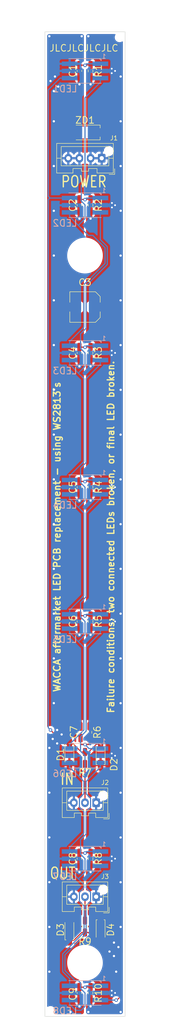
<source format=kicad_pcb>
(kicad_pcb (version 20211014) (generator pcbnew)
  (layers (0 "F.Cu" signal) (31 "B.Cu" signal) (34 "B.Paste" user) (35 "F.Paste" user) (36 "B.SilkS" user "B.Silkscreen") (37 "F.SilkS" user "F.Silkscreen") (38 "B.Mask" user) (39 "F.Mask" user) (44 "Edge.Cuts" user))
  (net 0 "")
  (net 1 "Net-(C1-Pad1)")
  (net 2 "GND")
  (net 3 "Net-(C2-Pad1)")
  (net 4 "Net-(C4-Pad1)")
  (net 5 "+5V")
  (net 6 "Net-(C6-Pad1)")
  (net 7 "Net-(C7-Pad1)")
  (net 8 "Net-(C8-Pad1)")
  (net 9 "Net-(C9-Pad1)")
  (net 10 "/DATA IN")
  (net 11 "/DATA OUT")
  (net 12 "Net-(LED1-Pad3)")
  (net 13 "Net-(LED2-Pad3)")
  (net 14 "Net-(LED3-Pad3)")
  (net 15 "Net-(LED4-Pad3)")
  (net 16 "Net-(LED5-Pad3)")
  (net 17 "Net-(LED6-Pad3)")
  (net 18 "Net-(LED7-Pad3)")
  (net 19 "Net-(C5-Pad1)")
  (net 20 "Net-(D1-Pad1)")
  (net 21 "Net-(D3-Pad1)")
  (footprint "ledpcb:D_SMA" (layer "F.Cu") (at 112 12.5 180)
    (fp_text reference "ZD1")
    (fp_text value "SMAZ5V6-13-F")
  )
  (footprint "ledpcb:R_0603_1608Metric" (layer "F.Cu") (at 113.25 61.75 -90)
    (fp_text reference "R3")
    (fp_text value "220R")
  )
  (footprint "ledpcb:R_0603_1608Metric" (layer "F.Cu") (at 113.25 121.75 -90)
    (fp_text reference "R5")
    (fp_text value "220R")
  )
  (footprint "ledpcb:C_0603_1608Metric" (layer "F.Cu") (at 110.75 174.75 -90)
    (fp_text reference "C8")
    (fp_text value "100nF")
  )
  (footprint "ledpcb:R_0603_1608Metric" (layer "F.Cu") (at 113.25 -1.25 -90)
    (fp_text reference "R1")
    (fp_text value "220R")
  )
  (footprint "ledpcb:R_0603_1608Metric" (layer "F.Cu") (at 112 152.25 90)
    (fp_text reference "R7")
    (fp_text value "220R")
  )
  (footprint "ledpcb:D_SOD-123" (layer "F.Cu") (at 108.5 190.65 90)
    (fp_text reference "D3")
    (fp_text value "1N4148W")
  )
  (footprint "ledpcb:R_0603_1608Metric" (layer "F.Cu") (at 113.25 204.75 -90)
    (fp_text reference "R10")
    (fp_text value "220R")
  )
  (footprint "ledpcb:C_Elec_6.3x5.4" (layer "F.Cu") (at 112 51.5 180)
    (fp_text reference "C3")
    (fp_text value "22uF")
  )
  (footprint "ledpcb:R_0603_1608Metric" (layer "F.Cu") (at 113.25 28.75 -90)
    (fp_text reference "R2")
    (fp_text value "220R")
  )
  (footprint "ledpcb:JST_XA_B04B-XASK-1-A_1x04_P2.50mm_Vertical" (layer "F.Cu") (at 112 18.25)
    (fp_text reference "J1")
    (fp_text value "JST_XA_B04B")
  )
  (footprint "ledpcb:R_0603_1608Metric" (layer "F.Cu") (at 112 189.9 -90)
    (fp_text reference "R9")
    (fp_text value "220R")
  )
  (footprint "ledpcb:JLCPCB PCBA tooling hole" (layer "F.Cu") (at 119.75 -8.75)
    (fp_text reference "REF**" hide)
    (fp_text value "JLCPCB PCBA tooling hole")
  )
  (footprint "ledpcb:C_0603_1608Metric" (layer "F.Cu") (at 110.75 61.75 -90)
    (fp_text reference "C4")
    (fp_text value "100nF")
  )
  (footprint "ledpcb:MountingHole_3.2mm_M3" (layer "F.Cu") (at 112 198)
    (fp_text reference "H2" hide)
    (fp_text value "4mm")
  )
  (footprint "ledpcb:D_SOD-123" (layer "F.Cu") (at 115.5 190.65 -90)
    (fp_text reference "D4")
    (fp_text value "1N4148W")
  )
  (footprint "ledpcb:R_0603_1608Metric" (layer "F.Cu") (at 113 146.5 90)
    (fp_text reference "R6")
    (fp_text value "220R")
  )
  (footprint "ledpcb:R_0603_1608Metric" (layer "F.Cu") (at 113.25 91.75 -90)
    (fp_text reference "R4")
    (fp_text value "220R")
  )
  (footprint "ledpcb:JST_XA_B03B-XASK-1-A_1x03_P2.50mm_Vertical" (layer "F.Cu") (at 112 183.25)
    (fp_text reference "J3")
    (fp_text value "JST_XA_B03B")
  )
  (footprint "ledpcb:JLCPCB PCBA tooling hole" (layer "F.Cu") (at 104.25 208.75)
    (fp_text reference "REF**" hide)
    (fp_text value "JLCPCB PCBA tooling hole")
  )
  (footprint "ledpcb:C_0603_1608Metric" (layer "F.Cu") (at 110.75 -1.25 -90)
    (fp_text reference "C1")
    (fp_text value "100nF")
  )
  (footprint "ledpcb:D_SOD-123" (layer "F.Cu") (at 115.5 151.5 90)
    (fp_text reference "D2")
    (fp_text value "1N4148W")
  )
  (footprint "ledpcb:JST_XA_B03B-XASK-1-A_1x03_P2.50mm_Vertical" (layer "F.Cu") (at 112 162.25)
    (fp_text reference "J2")
    (fp_text value "JST_XA_B03B")
  )
  (footprint "ledpcb:C_0603_1608Metric" (layer "F.Cu") (at 110.75 121.75 -90)
    (fp_text reference "C6")
    (fp_text value "100nF")
  )
  (footprint "ledpcb:MountingHole_3.2mm_M3" (layer "F.Cu") (at 112 40)
    (fp_text reference "H1" hide)
    (fp_text value "4mm")
  )
  (footprint "ledpcb:C_0603_1608Metric" (layer "F.Cu") (at 110.75 204.75 -90)
    (fp_text reference "C9")
    (fp_text value "100nF")
  )
  (footprint "ledpcb:D_SOD-123" (layer "F.Cu") (at 108.5 151.5 -90)
    (fp_text reference "D1")
    (fp_text value "1N4148W")
  )
  (footprint "ledpcb:R_0603_1608Metric" (layer "F.Cu") (at 113.25 174.75 -90)
    (fp_text reference "R8")
    (fp_text value "220R")
  )
  (footprint "ledpcb:C_0603_1608Metric" (layer "F.Cu") (at 110.75 28.75 -90)
    (fp_text reference "C2")
    (fp_text value "100nF")
  )
  (footprint "ledpcb:C_0603_1608Metric" (layer "F.Cu") (at 111 146.5 90)
    (fp_text reference "C7")
    (fp_text value "100nF")
  )
  (footprint "ledpcb:C_0603_1608Metric" (layer "F.Cu") (at 110.75 91.75 -90)
    (fp_text reference "C5")
    (fp_text value "100nF")
  )
  (footprint "ledpcb:LED_WS2813_PLCC6_5.0x5.0mm_P1.6mm" (layer "B.Cu") (at 112 151.75)
    (fp_text reference "LED6")
    (fp_text value "WS2813")
  )
  (footprint "ledpcb:LED_WS2813_PLCC6_5.0x5.0mm_P1.6mm" (layer "B.Cu") (at 112 174.75)
    (fp_text reference "LED7")
    (fp_text value "WS2813")
  )
  (footprint "ledpcb:LED_WS2813_PLCC6_5.0x5.0mm_P1.6mm" (layer "B.Cu") (at 112 61.75)
    (fp_text reference "LED3")
    (fp_text value "WS2813")
  )
  (footprint "ledpcb:LED_WS2813_PLCC6_5.0x5.0mm_P1.6mm" (layer "B.Cu") (at 112 121.75)
    (fp_text reference "LED5")
    (fp_text value "WS2813")
  )
  (footprint "ledpcb:LED_WS2813_PLCC6_5.0x5.0mm_P1.6mm" (layer "B.Cu") (at 112 204.75)
    (fp_text reference "LED8")
    (fp_text value "WS2813")
  )
  (footprint "ledpcb:LED_WS2813_PLCC6_5.0x5.0mm_P1.6mm" (layer "B.Cu") (at 112 -1.25)
    (fp_text reference "LED1")
    (fp_text value "WS2813")
  )
  (footprint "ledpcb:LED_WS2813_PLCC6_5.0x5.0mm_P1.6mm" (layer "B.Cu") (at 112 28.75)
    (fp_text reference "LED2")
    (fp_text value "WS2813")
  )
  (footprint "ledpcb:LED_WS2813_PLCC6_5.0x5.0mm_P1.6mm" (layer "B.Cu") (at 112 91.75)
    (fp_text reference "LED4")
    (fp_text value "WS2813")
  )
  (gr_rect (start 121 -10) (end 103 210) (layer "Edge.Cuts") (width 0.1) (fill none))
  (gr_text "POWER\n" (at 111.75 23.5) (layer "F.SilkS") (effects (font (size 2.5 2) (thickness 0.3))))
  (gr_text "OUT\n" (at 107 178) (layer "F.SilkS") (effects (font (size 2.5 2) (thickness 0.3))))
  (gr_text "WACCA aftermarket LED PCB replacement - using WS2813's\n\n\n\n\nFailure conditions: two connected LEDs broken, or final LED broken." (at 111.76 102.87 90) (layer "F.SilkS") (effects (font (size 1.5 1.5) (thickness 0.3))))
  (gr_text "JLCJLCJLCJLC" (at 111.76 -6.35) (layer "F.SilkS") (effects (font (size 1.5 1.5) (thickness 0.2))))
  (gr_text "IN" (at 108 157) (layer "F.SilkS") (effects (font (size 2.5 2) (thickness 0.3))))
  (segment (start 111.9625 -2.5375) (end 110.75 -2.5375) (width 0.25) (layer "F.Cu") (net 1))
  (segment (start 112.0875 -2.5875) (end 113.25 -2.5875) (width 0.25) (layer "F.Cu") (net 1))
  (via (at 112 -2.5) (size 0.8) (drill 0.4) (layers "F.Cu" "B.Cu") (net 1))
  (segment (start 112.35 -2.85) (end 115.45 -2.85) (width 0.25) (layer "B.Cu") (net 1))
  (segment (start 112.35 -2.85) (end 112 -2.5) (width 0.25) (layer "B.Cu") (net 1))
  (segment (start 110.75 30.0375) (end 110.75 31.75) (width 0.8) (layer "F.Cu") (net 2))
  (segment (start 110.75 93.0375) (end 110.75 94.75) (width 0.8) (layer "F.Cu") (net 2))
  (segment (start 110.75 0.0375) (end 110.75 1.75) (width 0.8) (layer "F.Cu") (net 2))
  (segment (start 110.75 206.0375) (end 110.75 207.75) (width 0.8) (layer "F.Cu") (net 2))
  (segment (start 110.75 176.0375) (end 110.75 177.75) (width 0.8) (layer "F.Cu") (net 2))
  (segment (start 110.75 63.0375) (end 110.75 64.75) (width 0.8) (layer "F.Cu") (net 2))
  (segment (start 110.75 123.0375) (end 110.75 124.75) (width 0.8) (layer "F.Cu") (net 2))
  (via (at 110.75 124.75) (size 1) (drill 0.5) (layers "F.Cu" "B.Cu") (net 2))
  (via (at 105 3.25) (size 1) (drill 0.5) (layers "F.Cu" "B.Cu") (net 2))
  (via (at 105 40) (size 1) (drill 0.5) (layers "F.Cu" "B.Cu") (net 2))
  (via (at 105.25 0) (size 1) (drill 0.5) (layers "F.Cu" "B.Cu") (net 2))
  (via (at 104 160) (size 1) (drill 0.5) (layers "F.Cu" "B.Cu") (net 2))
  (via (at 105.75 146) (size 1) (drill 0.5) (layers "F.Cu" "B.Cu") (net 2))
  (via (at 104 180) (size 1) (drill 0.5) (layers "F.Cu" "B.Cu") (net 2))
  (via (at 106 2.25) (size 1) (drill 0.5) (layers "F.Cu" "B.Cu") (net 2))
  (via (at 105 30) (size 1) (drill 0.5) (layers "F.Cu" "B.Cu") (net 2))
  (via (at 110.75 31.75) (size 1) (drill 0.5) (layers "F.Cu" "B.Cu") (net 2))
  (via (at 105 10) (size 1) (drill 0.5) (layers "F.Cu" "B.Cu") (net 2))
  (via (at 105 90) (size 1) (drill 0.5) (layers "F.Cu" "B.Cu") (net 2))
  (via (at 105 140) (size 1) (drill 0.5) (layers "F.Cu" "B.Cu") (net 2))
  (via (at 110.75 94.75) (size 1) (drill 0.5) (layers "F.Cu" "B.Cu") (net 2))
  (via (at 104.75 148) (size 1) (drill 0.5) (layers "F.Cu" "B.Cu") (net 2))
  (via (at 105 130) (size 1) (drill 0.5) (layers "F.Cu" "B.Cu") (net 2))
  (via (at 104.25 1) (size 1) (drill 0.5) (layers "F.Cu" "B.Cu") (net 2))
  (via (at 105 100) (size 1) (drill 0.5) (layers "F.Cu" "B.Cu") (net 2))
  (via (at 105 50) (size 1) (drill 0.5) (layers "F.Cu" "B.Cu") (net 2))
  (via (at 104 170) (size 1) (drill 0.5) (layers "F.Cu" "B.Cu") (net 2))
  (via (at 110.75 64.75) (size 1) (drill 0.5) (layers "F.Cu" "B.Cu") (net 2))
  (via (at 108.75 209) (size 1) (drill 0.5) (layers "F.Cu" "B.Cu") (net 2))
  (via (at 106.75 147) (size 1) (drill 0.5) (layers "F.Cu" "B.Cu") (net 2))
  (via (at 105 70) (size 1) (drill 0.5) (layers "F.Cu" "B.Cu") (net 2))
  (via (at 104 200) (size 1) (drill 0.5) (layers "F.Cu" "B.Cu") (net 2))
  (via (at 110.75 1.75) (size 1) (drill 0.5) (layers "F.Cu" "B.Cu") (net 2))
  (via (at 105 20) (size 1) (drill 0.5) (layers "F.Cu" "B.Cu") (net 2))
  (via (at 105 110) (size 1) (drill 0.5) (layers "F.Cu" "B.Cu") (net 2))
  (via (at 105 80) (size 1) (drill 0.5) (layers "F.Cu" "B.Cu") (net 2))
  (via (at 110.75 207.75) (size 1) (drill 0.5) (layers "F.Cu" "B.Cu") (net 2))
  (via (at 104 150) (size 1) (drill 0.5) (layers "F.Cu" "B.Cu") (net 2))
  (via (at 105.75 149) (size 1) (drill 0.5) (layers "F.Cu" "B.Cu") (net 2))
  (via (at 104 190) (size 1) (drill 0.5) (layers "F.Cu" "B.Cu") (net 2))
  (via (at 104 -9) (size 1) (drill 0.5) (layers "F.Cu" "B.Cu") (net 2))
  (via (at 105 120) (size 1) (drill 0.5) (layers "F.Cu" "B.Cu") (net 2))
  (via (at 111.25 -9) (size 1) (drill 0.5) (layers "F.Cu" "B.Cu") (net 2))
  (via (at 105 60) (size 1) (drill 0.5) (layers "F.Cu" "B.Cu") (net 2))
  (via (at 110.75 177.75) (size 1) (drill 0.5) (layers "F.Cu" "B.Cu") (net 2))
  (segment (start 108.55 174.75) (end 110.75 174.75) (width 0.8) (layer "B.Cu") (net 2))
  (segment (start 111.25 207.25) (end 110.75 207.75) (width 0.8) (layer "B.Cu") (net 2))
  (segment (start 110.75 174.75) (end 111.25 175.25) (width 0.8) (layer "B.Cu") (net 2))
  (segment (start 110.75 61.75) (end 111.25 62.25) (width 0.8) (layer "B.Cu") (net 2))
  (segment (start 108.55 121.75) (end 110.75 121.75) (width 0.8) (layer "B.Cu") (net 2))
  (segment (start 108.55 204.75) (end 110.75 204.75) (width 0.8) (layer "B.Cu") (net 2))
  (segment (start 111.25 1.25) (end 110.75 1.75) (width 0.8) (layer "B.Cu") (net 2))
  (segment (start 110.75 -1.25) (end 111.25 -0.75) (width 0.8) (layer "B.Cu") (net 2))
  (segment (start 108.55 28.75) (end 110.75 28.75) (width 0.8) (layer "B.Cu") (net 2))
  (segment (start 108.55 91.75) (end 110.75 91.75) (width 0.8) (layer "B.Cu") (net 2))
  (segment (start 111.25 64.25) (end 110.75 64.75) (width 0.8) (layer "B.Cu") (net 2))
  (segment (start 111.25 29.25) (end 111.25 31.25) (width 0.8) (layer "B.Cu") (net 2))
  (segment (start 111.25 -0.75) (end 111.25 1.25) (width 0.8) (layer "B.Cu") (net 2))
  (segment (start 111.25 31.25) (end 110.75 31.75) (width 0.8) (layer "B.Cu") (net 2))
  (segment (start 111.25 205.25) (end 111.25 207.25) (width 0.8) (layer "B.Cu") (net 2))
  (segment (start 108.55 61.75) (end 110.75 61.75) (width 0.8) (layer "B.Cu") (net 2))
  (segment (start 111.25 124.25) (end 110.75 124.75) (width 0.8) (layer "B.Cu") (net 2))
  (segment (start 111.25 175.25) (end 111.25 177.25) (width 0.8) (layer "B.Cu") (net 2))
  (segment (start 111.25 62.25) (end 111.25 64.25) (width 0.8) (layer "B.Cu") (net 2))
  (segment (start 108.55 -2.85) (end 108.55 -1.25) (width 0.25) (layer "B.Cu") (net 2))
  (segment (start 110.75 204.75) (end 111.25 205.25) (width 0.8) (layer "B.Cu") (net 2))
  (segment (start 111.25 92.25) (end 111.25 94.25) (width 0.8) (layer "B.Cu") (net 2))
  (segment (start 110.75 121.75) (end 111.25 122.25) (width 0.8) (layer "B.Cu") (net 2))
  (segment (start 111.25 177.25) (end 110.75 177.75) (width 0.8) (layer "B.Cu") (net 2))
  (segment (start 108.55 -1.25) (end 110.75 -1.25) (width 0.8) (layer "B.Cu") (net 2))
  (segment (start 110.75 28.75) (end 111.25 29.25) (width 0.8) (layer "B.Cu") (net 2))
  (segment (start 110.75 91.75) (end 111.25 92.25) (width 0.8) (layer "B.Cu") (net 2))
  (segment (start 111.25 94.25) (end 110.75 94.75) (width 0.8) (layer "B.Cu") (net 2))
  (segment (start 111.25 122.25) (end 111.25 124.25) (width 0.8) (layer "B.Cu") (net 2))
  (segment (start 112.0875 27.4125) (end 113.25 27.4125) (width 0.25) (layer "F.Cu") (net 3))
  (segment (start 112 27.5) (end 111.9625 27.4625) (width 0.25) (layer "F.Cu") (net 3))
  (segment (start 111.9625 27.4625) (end 110.75 27.4625) (width 0.25) (layer "F.Cu") (net 3))
  (segment (start 112 27.5) (end 112.0875 27.4125) (width 0.25) (layer "F.Cu") (net 3))
  (via (at 112 27.5) (size 0.8) (drill 0.4) (layers "F.Cu" "B.Cu") (net 3))
  (segment (start 112 27.5) (end 112.35 27.15) (width 0.25) (layer "B.Cu") (net 3))
  (segment (start 112.35 27.15) (end 115.45 27.15) (width 0.25) (layer "B.Cu") (net 3))
  (segment (start 111.9625 60.4625) (end 110.75 60.4625) (width 0.25) (layer "F.Cu") (net 4))
  (segment (start 112.0875 60.4125) (end 113.25 60.4125) (width 0.25) (layer "F.Cu") (net 4))
  (via (at 112 60.5) (size 0.8) (drill 0.4) (layers "F.Cu" "B.Cu") (net 4))
  (segment (start 112.35 60.15) (end 112 60.5) (width 0.25) (layer "B.Cu") (net 4))
  (segment (start 112.35 60.15) (end 115.45 60.15) (width 0.25) (layer "B.Cu") (net 4))
  (segment (start 113.25 176.0875) (end 113.25 177.75) (width 0.8) (layer "F.Cu") (net 5))
  (segment (start 113.25 30.0875) (end 113.25 31.75) (width 0.8) (layer "F.Cu") (net 5))
  (segment (start 113.25 0.0875) (end 113.25 1.75) (width 0.8) (layer "F.Cu") (net 5))
  (segment (start 113.25 63.0875) (end 113.25 64.75) (width 0.8) (layer "F.Cu") (net 5))
  (segment (start 113.25 93.0875) (end 113.25 94.75) (width 0.8) (layer "F.Cu") (net 5))
  (segment (start 113.25 123.0875) (end 113.25 124.75) (width 0.8) (layer "F.Cu") (net 5))
  (segment (start 113.25 206.0875) (end 113.25 207.75) (width 0.8) (layer "F.Cu") (net 5))
  (via (at 118.75 174.75) (size 0.8) (drill 0.4) (layers "F.Cu" "B.Cu") (net 5))
  (via (at 120 190) (size 1) (drill 0.5) (layers "F.Cu" "B.Cu") (net 5))
  (via (at 120 150) (size 1) (drill 0.5) (layers "F.Cu" "B.Cu") (net 5))
  (via (at 119.987809 160.009942) (size 1) (drill 0.5) (layers "F.Cu" "B.Cu") (net 5))
  (via (at 119.987809 120.009942) (size 1) (drill 0.5) (layers "F.Cu" "B.Cu") (net 5))
  (via (at 120 209) (size 1) (drill 0.5) (layers "F.Cu" "B.Cu") (net 5))
  (via (at 113.25 31.75) (size 1) (drill 0.5) (layers "F.Cu" "B.Cu") (net 5))
  (via (at 113.25 124.75) (size 1) (drill 0.5) (layers "F.Cu" "B.Cu") (net 5))
  (via (at 120 20) (size 1) (drill 0.5) (layers "F.Cu" "B.Cu") (net 5))
  (via (at 118 122.25) (size 0.8) (drill 0.4) (layers "F.Cu" "B.Cu") (net 5))
  (via (at 118 205.25) (size 0.8) (drill 0.4) (layers "F.Cu" "B.Cu") (net 5))
  (via (at 118 62.25) (size 0.8) (drill 0.4) (layers "F.Cu" "B.Cu") (net 5))
  (via (at 118 61.25) (size 0.8) (drill 0.4) (layers "F.Cu" "B.Cu") (net 5))
  (via (at 119.987809 90.009942) (size 1) (drill 0.5) (layers "F.Cu" "B.Cu") (net 5))
  (via (at 112.75 -9) (size 1) (drill 0.5) (layers "F.Cu" "B.Cu") (net 5))
  (via (at 113.25 177.75) (size 1) (drill 0.5) (layers "F.Cu" "B.Cu") (net 5))
  (via (at 113.25 1.75) (size 1) (drill 0.5) (layers "F.Cu" "B.Cu") (net 5))
  (via (at 118 175.25) (size 0.8) (drill 0.4) (layers "F.Cu" "B.Cu") (net 5))
  (via (at 118 204.25) (size 0.8) (drill 0.4) (layers "F.Cu" "B.Cu") (net 5))
  (via (at 118.5 193.5) (size 1) (drill 0.5) (layers "F.Cu" "B.Cu") (net 5))
  (via (at 119.987809 170.009942) (size 1) (drill 0.5) (layers "F.Cu" "B.Cu") (net 5))
  (via (at 118 174.25) (size 0.8) (drill 0.4) (layers "F.Cu" "B.Cu") (net 5))
  (via (at 120 0) (size 1) (drill 0.5) (layers "F.Cu" "B.Cu") (net 5))
  (via (at 118.5 196.5) (size 1) (drill 0.5) (layers "F.Cu" "B.Cu") (net 5))
  (via (at 117.5 195.5) (size 1) (drill 0.5) (layers "F.Cu" "B.Cu") (net 5))
  (via (at 119.5 194.5) (size 1) (drill 0.5) (layers "F.Cu" "B.Cu") (net 5))
  (via (at 118.75 151.75) (size 0.8) (drill 0.4) (layers "F.Cu" "B.Cu") (net 5))
  (via (at 118.75 -1.25) (size 0.8) (drill 0.4) (layers "F.Cu" "B.Cu") (net 5))
  (via (at 118 121.25) (size 0.8) (drill 0.4) (layers "F.Cu" "B.Cu") (net 5))
  (via (at 118 152.25) (size 0.8) (drill 0.4) (layers "F.Cu" "B.Cu") (net 5))
  (via (at 118 151.25) (size 0.8) (drill 0.4) (layers "F.Cu" "B.Cu") (net 5))
  (via (at 119.987809 130.009942) (size 1) (drill 0.5) (layers "F.Cu" "B.Cu") (net 5))
  (via (at 119.987809 50.009942) (size 1) (drill 0.5) (layers "F.Cu" "B.Cu") (net 5))
  (via (at 118.75 91.75) (size 0.8) (drill 0.4) (layers "F.Cu" "B.Cu") (net 5))
  (via (at 118.05 28.25) (size 0.8) (drill 0.4) (layers "F.Cu" "B.Cu") (net 5))
  (via (at 119.987809 180.009942) (size 1) (drill 0.5) (layers "F.Cu" "B.Cu") (net 5))
  (via (at 118 -0.75) (size 0.8) (drill 0.4) (layers "F.Cu" "B.Cu") (net 5))
  (via (at 119.987809 80.009942) (size 1) (drill 0.5) (layers "F.Cu" "B.Cu") (net 5))
  (via (at 120 10) (size 1) (drill 0.5) (layers "F.Cu" "B.Cu") (net 5))
  (via (at 120 110) (size 1) (drill 0.5) (layers "F.Cu" "B.Cu") (net 5))
  (via (at 118 -1.75) (size 0.8) (drill 0.4) (layers "F.Cu" "B.Cu") (net 5))
  (via (at 118.75 61.75) (size 0.8) (drill 0.4) (layers "F.Cu" "B.Cu") (net 5))
  (via (at 119.987809 40.009942) (size 1) (drill 0.5) (layers "F.Cu" "B.Cu") (net 5))
  (via (at 118.75 204.75) (size 0.8) (drill 0.4) (layers "F.Cu" "B.Cu") (net 5))
  (via (at 119 200) (size 1) (drill 0.5) (layers "F.Cu" "B.Cu") (net 5))
  (via (at 118.75 28.75) (size 0.8) (drill 0.4) (layers "F.Cu" "B.Cu") (net 5))
  (via (at 113.25 64.75) (size 1) (drill 0.5) (layers "F.Cu" "B.Cu") (net 5))
  (via (at 118 91.25) (size 0.8) (drill 0.4) (layers "F.Cu" "B.Cu") (net 5))
  (via (at 112.75 209) (size 1) (drill 0.5) (layers "F.Cu" "B.Cu") (net 5))
  (via (at 118.05 29.25) (size 0.8) (drill 0.4) (layers "F.Cu" "B.Cu") (net 5))
  (via (at 113.25 94.75) (size 1) (drill 0.5) (layers "F.Cu" "B.Cu") (net 5))
  (via (at 118 92.25) (size 0.8) (drill 0.4) (layers "F.Cu" "B.Cu") (net 5))
  (via (at 118.75 121.75) (size 0.8) (drill 0.4) (layers "F.Cu" "B.Cu") (net 5))
  (via (at 120 70) (size 1) (drill 0.5) (layers "F.Cu" "B.Cu") (net 5))
  (via (at 120.012191 29.990058) (size 1) (drill 0.5) (layers "F.Cu" "B.Cu") (net 5))
  (via (at 119.987809 60.009942) (size 1) (drill 0.5) (layers "F.Cu" "B.Cu") (net 5))
  (via (at 119.987809 140.009942) (size 1) (drill 0.5) (layers "F.Cu" "B.Cu") (net 5))
  (via (at 119.987809 100.009942) (size 1) (drill 0.5) (layers "F.Cu" "B.Cu") (net 5))
  (via (at 113.25 207.75) (size 1) (drill 0.5) (layers "F.Cu" "B.Cu") (net 5))
  (segment (start 117.55 28.75) (end 118.05 29.25) (width 0.8) (layer "B.Cu") (net 5))
  (segment (start 112.75 -0.75) (end 112.75 1.25) (width 0.8) (layer "B.Cu") (net 5))
  (segment (start 112.75 29.25) (end 112.75 31.25) (width 0.8) (layer "B.Cu") (net 5))
  (segment (start 115.45 121.75) (end 117.5 121.75) (width 0.8) (layer "B.Cu") (net 5))
  (segment (start 117.5 91.75) (end 118 92.25) (width 0.8) (layer "B.Cu") (net 5))
  (segment (start 115.45 174.75) (end 117.5 174.75) (width 0.8) (layer "B.Cu") (net 5))
  (segment (start 117.5 91.75) (end 118 91.25) (width 0.8) (layer "B.Cu") (net 5))
  (segment (start 115.45 91.75) (end 117.5 91.75) (width 0.8) (layer "B.Cu") (net 5))
  (segment (start 115.45 91.75) (end 113.25 91.75) (width 0.8) (layer "B.Cu") (net 5))
  (segment (start 115.45 -1.25) (end 117.5 -1.25) (width 0.8) (layer "B.Cu") (net 5))
  (segment (start 115.45 204.75) (end 117.5 204.75) (width 0.8) (layer "B.Cu") (net 5))
  (segment (start 112.75 205.25) (end 112.75 207.25) (width 0.8) (layer "B.Cu") (net 5))
  (segment (start 117.55 28.75) (end 118.05 28.25) (width 0.8) (layer "B.Cu") (net 5))
  (segment (start 112.75 64.25) (end 113.25 64.75) (width 0.8) (layer "B.Cu") (net 5))
  (segment (start 117.5 -1.25) (end 118 -0.75) (width 0.8) (layer "B.Cu") (net 5))
  (segment (start 112.75 92.25) (end 112.75 94.25) (width 0.8) (layer "B.Cu") (net 5))
  (segment (start 113.25 204.75) (end 112.75 205.25) (width 0.8) (layer "B.Cu") (net 5))
  (segment (start 112.75 31.25) (end 113.25 31.75) (width 0.8) (layer "B.Cu") (net 5))
  (segment (start 112.75 177.25) (end 113.25 177.75) (width 0.8) (layer "B.Cu") (net 5))
  (segment (start 112.75 94.25) (end 113.25 94.75) (width 0.8) (layer "B.Cu") (net 5))
  (segment (start 115.45 204.75) (end 113.25 204.75) (width 0.8) (layer "B.Cu") (net 5))
  (segment (start 112.75 62.25) (end 112.75 64.25) (width 0.8) (layer "B.Cu") (net 5))
  (segment (start 117.5 174.75) (end 118 175.25) (width 0.8) (layer "B.Cu") (net 5))
  (segment (start 112.75 175.25) (end 112.75 177.25) (width 0.8) (layer "B.Cu") (net 5))
  (segment (start 117.5 61.75) (end 118 61.25) (width 0.8) (layer "B.Cu") (net 5))
  (segment (start 117.5 121.75) (end 118 121.25) (width 0.8) (layer "B.Cu") (net 5))
  (segment (start 117.5 151.75) (end 118 151.25) (width 0.8) (layer "B.Cu") (net 5))
  (segment (start 115.45 28.75) (end 113.25 28.75) (width 0.8) (layer "B.Cu") (net 5))
  (segment (start 117.5 121.75) (end 118 122.25) (width 0.8) (layer "B.Cu") (net 5))
  (segment (start 117.5 151.75) (end 118 152.25) (width 0.8) (layer "B.Cu") (net 5))
  (segment (start 115.45 61.75) (end 117.5 61.75) (width 0.8) (layer "B.Cu") (net 5))
  (segment (start 112.75 207.25) (end 113.25 207.75) (width 0.8) (layer "B.Cu") (net 5))
  (segment (start 113.25 28.75) (end 112.75 29.25) (width 0.8) (layer "B.Cu") (net 5))
  (segment (start 115.45 121.75) (end 113.25 121.75) (width 0.8) (layer "B.Cu") (net 5))
  (segment (start 115.45 151.75) (end 117.5 151.75) (width 0.8) (layer "B.Cu") (net 5))
  (segment (start 115.45 -1.25) (end 113.25 -1.25) (width 0.8) (layer "B.Cu") (net 5))
  (segment (start 112.75 124.25) (end 113.25 124.75) (width 0.8) (layer "B.Cu") (net 5))
  (segment (start 113.25 61.75) (end 112.75 62.25) (width 0.8) (layer "B.Cu") (net 5))
  (segment (start 112.75 1.25) (end 113.25 1.75) (width 0.8) (layer "B.Cu") (net 5))
  (segment (start 115.45 174.75) (end 113.25 174.75) (width 0.8) (layer "B.Cu") (net 5))
  (segment (start 115.45 61.75) (end 113.25 61.75) (width 0.8) (layer "B.Cu") (net 5))
  (segment (start 113.25 174.75) (end 112.75 175.25) (width 0.8) (layer "B.Cu") (net 5))
  (segment (start 117.5 174.75) (end 118 174.25) (width 0.8) (layer "B.Cu") (net 5))
  (segment (start 113.25 -1.25) (end 112.75 -0.75) (width 0.8) (layer "B.Cu") (net 5))
  (segment (start 115.5 28.75) (end 117.55 28.75) (width 0.8) (layer "B.Cu") (net 5))
  (segment (start 117.5 61.75) (end 118 62.25) (width 0.8) (layer "B.Cu") (net 5))
  (segment (start 113.25 91.75) (end 112.75 92.25) (width 0.8) (layer "B.Cu") (net 5))
  (segment (start 117.5 -1.25) (end 118 -1.75) (width 0.8) (layer "B.Cu") (net 5))
  (segment (start 112.75 122.25) (end 112.75 124.25) (width 0.8) (layer "B.Cu") (net 5))
  (segment (start 117.5 204.75) (end 118 204.25) (width 0.8) (layer "B.Cu") (net 5))
  (segment (start 113.25 121.75) (end 112.75 122.25) (width 0.8) (layer "B.Cu") (net 5))
  (segment (start 117.5 204.75) (end 118 205.25) (width 0.8) (layer "B.Cu") (net 5))
  (segment (start 112.0875 120.4125) (end 113.25 120.4125) (width 0.25) (layer "F.Cu") (net 6))
  (segment (start 111.9625 120.4625) (end 110.75 120.4625) (width 0.25) (layer "F.Cu") (net 6))
  (via (at 112 120.5) (size 0.8) (drill 0.4) (layers "F.Cu" "B.Cu") (net 6))
  (segment (start 112.35 120.15) (end 112 120.5) (width 0.25) (layer "B.Cu") (net 6))
  (segment (start 112.35 120.15) (end 115.45 120.15) (width 0.25) (layer "B.Cu") (net 6))
  (segment (start 113 147.8375) (end 113 149) (width 0.25) (layer "F.Cu") (net 7))
  (segment (start 113 149) (end 112.75 149.25) (width 0.25) (layer "F.Cu") (net 7))
  (segment (start 111 147.7875) (end 111 149) (width 0.25) (layer "F.Cu") (net 7))
  (segment (start 112.75 149.25) (end 112 149.25) (width 0.25) (layer "F.Cu") (net 7))
  (segment (start 111 149) (end 111.25 149.25) (width 0.25) (layer "F.Cu") (net 7))
  (segment (start 111.25 149.25) (end 112 149.25) (width 0.25) (layer "F.Cu") (net 7))
  (via (at 112 149.25) (size 0.8) (drill 0.4) (layers "F.Cu" "B.Cu") (net 7))
  (segment (start 112.9 150.15) (end 112 149.25) (width 0.25) (layer "B.Cu") (net 7))
  (segment (start 115.45 150.15) (end 112.9 150.15) (width 0.25) (layer "B.Cu") (net 7))
  (segment (start 111.9625 173.4625) (end 110.75 173.4625) (width 0.25) (layer "F.Cu") (net 8))
  (segment (start 112.0875 173.4125) (end 113.25 173.4125) (width 0.25) (layer "F.Cu") (net 8))
  (via (at 112 173.5) (size 0.8) (drill 0.4) (layers "F.Cu" "B.Cu") (net 8))
  (segment (start 112.35 173.15) (end 112 173.5) (width 0.25) (layer "B.Cu") (net 8))
  (segment (start 112.35 173.15) (end 115.45 173.15) (width 0.25) (layer "B.Cu") (net 8))
  (segment (start 111.9625 203.4625) (end 110.75 203.4625) (width 0.25) (layer "F.Cu") (net 9))
  (segment (start 112.0875 203.4125) (end 113.25 203.4125) (width 0.25) (layer "F.Cu") (net 9))
  (via (at 112 203.5) (size 0.8) (drill 0.4) (layers "F.Cu" "B.Cu") (net 9))
  (segment (start 112.35 203.15) (end 112 203.5) (width 0.25) (layer "B.Cu") (net 9))
  (segment (start 112.35 203.15) (end 115.45 203.15) (width 0.25) (layer "B.Cu") (net 9))
  (segment (start 112 153.5875) (end 112 162.25) (width 0.25) (layer "F.Cu") (net 10))
  (segment (start 112 183.25) (end 112 188.5625) (width 0.25) (layer "F.Cu") (net 11))
  (segment (start 116.5 38.25) (end 116.5 41.75) (width 0.25) (layer "B.Cu") (net 12))
  (segment (start 115.45 0.35) (end 115.45 1.3) (width 0.25) (layer "B.Cu") (net 12))
  (segment (start 111.175489 27.841525) (end 112 28.666036) (width 0.25) (layer "B.Cu") (net 12))
  (segment (start 112.75 35.5) (end 113.75 35.5) (width 0.25) (layer "B.Cu") (net 12))
  (segment (start 108.55 31.3) (end 110.5 33.25) (width 0.25) (layer "B.Cu") (net 12))
  (segment (start 108.55 59.2) (end 108.55 60.15) (width 0.25) (layer "B.Cu") (net 12))
  (segment (start 112 31.75) (end 110.5 33.25) (width 0.25) (layer "B.Cu") (net 12))
  (segment (start 112 4.75) (end 112 23.5) (width 0.25) (layer "B.Cu") (net 12))
  (segment (start 110.5 33.25) (end 112.75 35.5) (width 0.25) (layer "B.Cu") (net 12))
  (segment (start 113.75 35.5) (end 116.5 38.25) (width 0.25) (layer "B.Cu") (net 12))
  (segment (start 112 28.666036) (end 112 31.75) (width 0.25) (layer "B.Cu") (net 12))
  (segment (start 112 23.5) (end 111.175489 24.324511) (width 0.25) (layer "B.Cu") (net 12))
  (segment (start 115.45 1.3) (end 112 4.75) (width 0.25) (layer "B.Cu") (net 12))
  (segment (start 108.55 30.35) (end 108.55 31.3) (width 0.25) (layer "B.Cu") (net 12))
  (segment (start 116.5 41.75) (end 111.75 46.5) (width 0.25) (layer "B.Cu") (net 12))
  (segment (start 111.75 46.5) (end 111.75 56) (width 0.25) (layer "B.Cu") (net 12))
  (segment (start 111.175489 24.324511) (end 111.175489 27.841525) (width 0.25) (layer "B.Cu") (net 12))
  (segment (start 111.75 56) (end 108.55 59.2) (width 0.25) (layer "B.Cu") (net 12))
  (segment (start 112 61.75) (end 111 60.75) (width 0.25) (layer "B.Cu") (net 13))
  (segment (start 115.45 36.45) (end 115.5 36.5) (width 0.25) (layer "B.Cu") (net 13))
  (segment (start 117 42) (end 117 38) (width 0.25) (layer "B.Cu") (net 13))
  (segment (start 115.45 30.45) (end 115.45 31.4) (width 0.25) (layer "B.Cu") (net 13))
  (segment (start 111 57.5) (end 112.25 56.25) (width 0.25) (layer "B.Cu") (net 13))
  (segment (start 110.5 66.25) (end 112 64.75) (width 0.25) (layer "B.Cu") (net 13))
  (segment (start 108.55 89.2) (end 111.75 86) (width 0.25) (layer "B.Cu") (net 13))
  (segment (start 112.25 46.75) (end 117 42) (width 0.25) (layer "B.Cu") (net 13))
  (segment (start 115.45 31.4) (end 115.45 36.45) (width 0.25) (layer "B.Cu") (net 13))
  (segment (start 112.25 56.25) (end 112.25 46.75) (width 0.25) (layer "B.Cu") (net 13))
  (segment (start 108.55 64.3) (end 108.55 63.35) (width 0.25) (layer "B.Cu") (net 13))
  (segment (start 112 64.75) (end 112 61.75) (width 0.25) (layer "B.Cu") (net 13))
  (segment (start 111.75 67.5) (end 108.55 64.3) (width 0.25) (layer "B.Cu") (net 13))
  (segment (start 111 60.75) (end 111 57.5) (width 0.25) (layer "B.Cu") (net 13))
  (segment (start 111.75 86) (end 111.75 67.5) (width 0.25) (layer "B.Cu") (net 13))
  (segment (start 108.55 90.15) (end 108.55 89.2) (width 0.25) (layer "B.Cu") (net 13))
  (segment (start 117 38) (end 115.5 36.5) (width 0.25) (layer "B.Cu") (net 13))
  (segment (start 112 94.75) (end 110.5 96.25) (width 0.25) (layer "B.Cu") (net 14))
  (segment (start 111 87.5) (end 111 90.75) (width 0.25) (layer "B.Cu") (net 14))
  (segment (start 112.25 86.25) (end 111 87.5) (width 0.25) (layer "B.Cu") (net 14))
  (segment (start 115.45 63.35) (end 115.45 64.3) (width 0.25) (layer "B.Cu") (net 14))
  (segment (start 112 91.75) (end 112 94.75) (width 0.25) (layer "B.Cu") (net 14))
  (segment (start 112.25 67.5) (end 112.25 86.25) (width 0.25) (layer "B.Cu") (net 14))
  (segment (start 111.75 97.5) (end 110.5 96.25) (width 0.25) (layer "B.Cu") (net 14))
  (segment (start 108.55 120.15) (end 108.55 119.2) (width 0.25) (layer "B.Cu") (net 14))
  (segment (start 111.75 116) (end 111.75 97.5) (width 0.25) (layer "B.Cu") (net 14))
  (segment (start 108.55 119.2) (end 111.75 116) (width 0.25) (layer "B.Cu") (net 14))
  (segment (start 110.5 96.25) (end 108.55 94.3) (width 0.25) (layer "B.Cu") (net 14))
  (segment (start 108.55 94.3) (end 108.55 93.35) (width 0.25) (layer "B.Cu") (net 14))
  (segment (start 115.45 64.3) (end 112.25 67.5) (width 0.25) (layer "B.Cu") (net 14))
  (segment (start 111 90.75) (end 112 91.75) (width 0.25) (layer "B.Cu") (net 14))
  (segment (start 115.45 93.35) (end 115.45 94.3) (width 0.25) (layer "B.Cu") (net 15))
  (segment (start 112.25 116.25) (end 111 117.5) (width 0.25) (layer "B.Cu") (net 15))
  (segment (start 115.45 94.3) (end 112.25 97.5) (width 0.25) (layer "B.Cu") (net 15))
  (segment (start 108.55 150.15) (end 108.55 149.2) (width 0.25) (layer "B.Cu") (net 15))
  (segment (start 110.5 126.25) (end 108.55 124.3) (width 0.25) (layer "B.Cu") (net 15))
  (segment (start 111 120.75) (end 112 121.75) (width 0.25) (layer "B.Cu") (net 15))
  (segment (start 108.55 124.3) (end 108.55 123.35) (width 0.25) (layer "B.Cu") (net 15))
  (segment (start 111.75 146) (end 111.75 127.5) (width 0.25) (layer "B.Cu") (net 15))
  (segment (start 108.55 149.2) (end 111.75 146) (width 0.25) (layer "B.Cu") (net 15))
  (segment (start 112.25 97.5) (end 112.25 116.25) (width 0.25) (layer "B.Cu") (net 15))
  (segment (start 111 117.5) (end 111 120.75) (width 0.25) (layer "B.Cu") (net 15))
  (segment (start 112 121.75) (end 112 124.75) (width 0.25) (layer "B.Cu") (net 15))
  (segment (start 111.75 127.5) (end 110.5 126.25) (width 0.25) (layer "B.Cu") (net 15))
  (segment (start 112 124.75) (end 110.5 126.25) (width 0.25) (layer "B.Cu") (net 15))
  (segment (start 111 147.5) (end 111 150.75) (width 0.25) (layer "B.Cu") (net 16))
  (segment (start 110.75 163.25) (end 111.75 164.25) (width 0.25) (layer "B.Cu") (net 16))
  (segment (start 112.25 146.25) (end 111 147.5) (width 0.25) (layer "B.Cu") (net 16))
  (segment (start 108.55 154.3) (end 108.55 153.35) (width 0.25) (layer "B.Cu") (net 16))
  (segment (start 111.75 160.25) (end 110.75 161.25) (width 0.25) (layer "B.Cu") (net 16))
  (segment (start 112 151.75) (end 112 154.75) (width 0.25) (layer "B.Cu") (net 16))
  (segment (start 111 150.75) (end 112 151.75) (width 0.25) (layer "B.Cu") (net 16))
  (segment (start 110.75 161.25) (end 110.75 163.25) (width 0.25) (layer "B.Cu") (net 16))
  (segment (start 108.55 173.15) (end 108.55 172.2) (width 0.25) (layer "B.Cu") (net 16))
  (segment (start 111.75 157.5) (end 111.75 160.25) (width 0.25) (layer "B.Cu") (net 16))
  (segment (start 111.75 157.5) (end 110.5 156.25) (width 0.25) (layer "B.Cu") (net 16))
  (segment (start 110.5 156.25) (end 108.55 154.3) (width 0.25) (layer "B.Cu") (net 16))
  (segment (start 115.45 123.35) (end 115.45 124.3) (width 0.25) (layer "B.Cu") (net 16))
  (segment (start 115.45 124.3) (end 112.25 127.5) (width 0.25) (layer "B.Cu") (net 16))
  (segment (start 112 154.75) (end 110.5 156.25) (width 0.25) (layer "B.Cu") (net 16))
  (segment (start 111.75 164.25) (end 111.75 169) (width 0.25) (layer "B.Cu") (net 16))
  (segment (start 108.55 172.2) (end 111.75 169) (width 0.25) (layer "B.Cu") (net 16))
  (segment (start 112.25 127.5) (end 112.25 146.25) (width 0.25) (layer "B.Cu") (net 16))
  (segment (start 110.75 182.25) (end 110.75 184.25) (width 0.25) (layer "B.Cu") (net 17))
  (segment (start 107 200) (end 108.55 201.55) (width 0.25) (layer "B.Cu") (net 17))
  (segment (start 115.45 154.3) (end 112.25 157.5) (width 0.25) (layer "B.Cu") (net 17))
  (segment (start 112 177.75) (end 110.5 179.25) (width 0.25) (layer "B.Cu") (net 17))
  (segment (start 111.75 180.5) (end 111.75 181.25) (width 0.25) (layer "B.Cu") (net 17))
  (segment (start 110.75 184.25) (end 111.80048 185.30048) (width 0.25) (layer "B.Cu") (net 17))
  (segment (start 112.25 164.25) (end 113.25 163.25) (width 0.25) (layer "B.Cu") (net 17))
  (segment (start 115.45 153.35) (end 115.45 154.3) (width 0.25) (layer "B.Cu") (net 17))
  (segment (start 108.55 177.3) (end 108.55 176.35) (width 0.25) (layer "B.Cu") (net 17))
  (segment (start 111.80048 185.30048) (end 111.80048 191.19952) (width 0.25) (layer "B.Cu") (net 17))
  (segment (start 110.5 179.25) (end 111.75 180.5) (width 0.25) (layer "B.Cu") (net 17))
  (segment (start 111 173.75) (end 112 174.75) (width 0.25) (layer "B.Cu") (net 17))
  (segment (start 111 170.5) (end 111 173.75) (width 0.25) (layer "B.Cu") (net 17))
  (segment (start 112.25 157.5) (end 112.25 160.25) (width 0.25) (layer "B.Cu") (net 17))
  (segment (start 112.25 169.25) (end 112.25 164.25) (width 0.25) (layer "B.Cu") (net 17))
  (segment (start 111.75 181.25) (end 110.75 182.25) (width 0.25) (layer "B.Cu") (net 17))
  (segment (start 113.25 161.25) (end 112.25 160.25) (width 0.25) (layer "B.Cu") (net 17))
  (segment (start 108.55 201.55) (end 108.55 203.15) (width 0.25) (layer "B.Cu") (net 17))
  (segment (start 112 174.75) (end 112 177.75) (width 0.25) (layer "B.Cu") (net 17))
  (segment (start 112.25 169.25) (end 111 170.5) (width 0.25) (layer "B.Cu") (net 17))
  (segment (start 113.25 163.25) (end 113.25 161.25) (width 0.25) (layer "B.Cu") (net 17))
  (segment (start 107 196) (end 107 200) (width 0.25) (layer "B.Cu") (net 17))
  (segment (start 111.80048 191.19952) (end 107 196) (width 0.25) (layer "B.Cu") (net 17))
  (segment (start 110.5 179.25) (end 108.55 177.3) (width 0.25) (layer "B.Cu") (net 17))
  (segment (start 107.5 196.25) (end 112.25 191.5) (width 0.25) (layer "B.Cu") (net 18))
  (segment (start 112.25 181.25) (end 112.25 180.5) (width 0.25) (layer "B.Cu") (net 18))
  (segment (start 115.45 177.3) (end 115.45 176.35) (width 0.25) (layer "B.Cu") (net 18))
  (segment (start 109.875 208.625) (end 111.125 208.625) (width 0.25) (layer "B.Cu") (net 18))
  (segment (start 111.125 208.625) (end 112 207.75) (width 0.25) (layer "B.Cu") (net 18))
  (segment (start 109.75 202) (end 107.5 199.75) (width 0.25) (layer "B.Cu") (net 18))
  (segment (start 111 203.75) (end 111 202.5) (width 0.25) (layer "B.Cu") (net 18))
  (segment (start 108.55 206.35) (end 108.55 207.3) (width 0.25) (layer "B.Cu") (net 18))
  (segment (start 112.25 180.5) (end 115.45 177.3) (width 0.25) (layer "B.Cu") (net 18))
  (segment (start 112.25 185.25) (end 113.25 184.25) (width 0.25) (layer "B.Cu") (net 18))
  (segment (start 113.25 184.25) (end 113.25 182.25) (width 0.25) (layer "B.Cu") (net 18))
  (segment (start 112 207.75) (end 112 204.75) (width 0.25) (layer "B.Cu") (net 18))
  (segment (start 108.55 207.3) (end 109.875 208.625) (width 0.25) (layer "B.Cu") (net 18))
  (segment (start 112.25 191.5) (end 112.25 185.25) (width 0.25) (layer "B.Cu") (net 18))
  (segment (start 111 202.5) (end 110.5 202) (width 0.25) (layer "B.Cu") (net 18))
  (segment (start 112 204.75) (end 111 203.75) (width 0.25) (layer "B.Cu") (net 18))
  (segment (start 113.25 182.25) (end 112.25 181.25) (width 0.25) (layer "B.Cu") (net 18))
  (segment (start 110.5 202) (end 109.75 202) (width 0.25) (layer "B.Cu") (net 18))
  (segment (start 107.5 199.75) (end 107.5 196.25) (width 0.25) (layer "B.Cu") (net 18))
  (segment (start 111.9625 90.4625) (end 110.75 90.4625) (width 0.25) (layer "F.Cu") (net 19))
  (segment (start 112.0875 90.4125) (end 113.25 90.4125) (width 0.25) (layer "F.Cu") (net 19))
  (via (at 112 90.5) (size 0.8) (drill 0.4) (layers "F.Cu" "B.Cu") (net 19))
  (segment (start 112.35 90.15) (end 112 90.5) (width 0.25) (layer "B.Cu") (net 19))
  (segment (start 112.35 90.15) (end 115.45 90.15) (width 0.25) (layer "B.Cu") (net 19))
  (segment (start 107.4 149.15) (end 108.5 149.15) (width 0.25) (layer "F.Cu") (net 20))
  (segment (start 104.25 146) (end 107.4 149.15) (width 0.25) (layer "F.Cu") (net 20))
  (segment (start 109.4 149.15) (end 108.5 149.15) (width 0.25) (layer "F.Cu") (net 20))
  (segment (start 114.6 149.15) (end 115.5 149.15) (width 0.25) (layer "F.Cu") (net 20))
  (segment (start 112 150.9125) (end 112.8375 150.9125) (width 0.25) (layer "F.Cu") (net 20))
  (segment (start 112 150.9125) (end 111.1625 150.9125) (width 0.25) (layer "F.Cu") (net 20))
  (segment (start 111.1625 150.9125) (end 109.4 149.15) (width 0.25) (layer "F.Cu") (net 20))
  (segment (start 112.8375 150.9125) (end 114.6 149.15) (width 0.25) (layer "F.Cu") (net 20))
  (via (at 104.25 146) (size 0.8) (drill 0.4) (layers "F.Cu" "B.Cu") (net 20))
  (segment (start 106.4 27.15) (end 104.15 27.15) (width 0.25) (layer "B.Cu") (net 20))
  (segment (start 103.75 3) (end 106.4 0.35) (width 0.25) (layer "B.Cu") (net 20))
  (segment (start 104.15 27.15) (end 103.75 26.75) (width 0.25) (layer "B.Cu") (net 20))
  (segment (start 106.4 0.35) (end 108.55 0.35) (width 0.25) (layer "B.Cu") (net 20))
  (segment (start 103.75 145.5) (end 103.75 27.5) (width 0.25) (layer "B.Cu") (net 20))
  (segment (start 104.1 27.15) (end 106.4 27.15) (width 0.25) (layer "B.Cu") (net 20))
  (segment (start 104.25 146) (end 103.75 145.5) (width 0.25) (layer "B.Cu") (net 20))
  (segment (start 103.75 27.5) (end 104.1 27.15) (width 0.25) (layer "B.Cu") (net 20))
  (segment (start 103.75 26.75) (end 103.75 3) (width 0.25) (layer "B.Cu") (net 20))
  (segment (start 108.55 27.15) (end 106.4 27.15) (width 0.25) (layer "B.Cu") (net 20))
  (segment (start 111.2625 191.2375) (end 109.5 193) (width 0.25) (layer "F.Cu") (net 21))
  (segment (start 120.25 205.262307) (end 120.25 196.75) (width 0.25) (layer "F.Cu") (net 21))
  (segment (start 109.5 193) (end 108.5 193) (width 0.25) (layer "F.Cu") (net 21))
  (segment (start 119 206.35) (end 119.162307 206.35) (width 0.25) (layer "F.Cu") (net 21))
  (segment (start 116.5 193) (end 115.5 193) (width 0.25) (layer "F.Cu") (net 21))
  (segment (start 112.7375 191.2375) (end 114.5 193) (width 0.25) (layer "F.Cu") (net 21))
  (segment (start 120.25 196.75) (end 116.5 193) (width 0.25) (layer "F.Cu") (net 21))
  (segment (start 114.5 193) (end 115.5 193) (width 0.25) (layer "F.Cu") (net 21))
  (segment (start 119.162307 206.35) (end 120.25 205.262307) (width 0.25) (layer "F.Cu") (net 21))
  (segment (start 112 191.2375) (end 111.2625 191.2375) (width 0.25) (layer "F.Cu") (net 21))
  (segment (start 112 191.2375) (end 112.7375 191.2375) (width 0.25) (layer "F.Cu") (net 21))
  (via (at 119 206.35) (size 0.8) (drill 0.4) (layers "F.Cu" "B.Cu") (net 21))
  (segment (start 115.45 206.35) (end 119 206.35) (width 0.25) (layer "B.Cu") (net 21))
  (zone (net 5) (net_name "+5V") (layer "F.Cu") (connect_pads (clearance 0.5)) (min_thickness 0.25) (fill yes (thermal_gap 0.5) (thermal_bridge_width 0.5) (smoothing fillet) (radius 0.5))
    (polygon (pts (xy 120.5 209.5) (xy 112.25 209.5) (xy 112.25 -9.5) (xy 120.5 -9.5)))
  )
  (zone (net 2) (net_name "GND") (layer "F.Cu") (connect_pads (clearance 0.5)) (min_thickness 0.25) (fill yes (thermal_gap 0.5) (thermal_bridge_width 0.5) (smoothing fillet) (radius 0.5))
    (polygon (pts (xy 111.75 209.5) (xy 103.5 209.5) (xy 103.5 -9.5) (xy 111.75 -9.5)))
  )
  (zone (net 5) (net_name "+5V") (layer "B.Cu") (connect_pads (clearance 0.5)) (min_thickness 0.25) (fill yes (thermal_gap 0.5) (thermal_bridge_width 0.5) (smoothing fillet) (radius 0.5))
    (polygon (pts (xy 120.5 209.5) (xy 112.25 209.5) (xy 112.25 204.75) (xy 111.25 203.75) (xy 111.25 202.5) (xy 110.5 201.75) (xy 109.5 201.75) (xy 107.5 199.75) (xy 107.5 196.25) (xy 112.25 191.5) (xy 112.25 180.5) (xy 111 179.25) (xy 112.25 178) (xy 112.25 174.5) (xy 111.25 173.5) (xy 111.25 170.25) (xy 112.25 169.25) (xy 112.25 157.5) (xy 111 156.25) (xy 112.25 155) (xy 112.25 151.5) (xy 111.25 150.5) (xy 111.25 147.25) (xy 112.25 146.25) (xy 112.25 127.5) (xy 111 126.25) (xy 112.25 125) (xy 112.25 121.5) (xy 111.25 120.5) (xy 111.25 117.25) (xy 112.25 116.25) (xy 112.25 97.5) (xy 111 96.25) (xy 112.25 95) (xy 112.25 91.5) (xy 111.25 90.5) (xy 111.25 87.25) (xy 112.25 86.25) (xy 112.25 67.5) (xy 111 66.25) (xy 112.25 65) (xy 112.25 61.5) (xy 111.25 60.5) (xy 111.25 57.25) (xy 112.25 56.25) (xy 112.25 46.75) (xy 117 42) (xy 117 38) (xy 114.25 35.25) (xy 113 35.25) (xy 111 33.25) (xy 112.25 32) (xy 112.25 28.5) (xy 111.5 27.75) (xy 111.5 24.5) (xy 112.25 23.75) (xy 112.25 -9.5) (xy 120.5 -9.5)))
  )
  (zone (net 2) (net_name "GND") (layer "B.Cu") (connect_pads (clearance 0.5)) (min_thickness 0.25) (fill yes (thermal_gap 0.5) (thermal_bridge_width 0.5) (smoothing chamfer) (radius 0.5))
    (polygon (pts (xy 111.75 23.5) (xy 111 24.25) (xy 111 28) (xy 111.75 28.75) (xy 111.75 31.75) (xy 110.25 33.25) (xy 112.5 35.75) (xy 113.75 35.75) (xy 116.25 38.25) (xy 116.25 41.75) (xy 111.5 46.5) (xy 111.5 56) (xy 110.75 56.75) (xy 110.75 60.75) (xy 111.75 61.75) (xy 111.75 64.75) (xy 110.25 66.25) (xy 111.5 67.5) (xy 111.5 86) (xy 110.75 86.75) (xy 110.75 90.75) (xy 111.75 91.75) (xy 111.75 94.75) (xy 110.25 96.25) (xy 111.75 97.75) (xy 111.75 116) (xy 110.75 117) (xy 110.75 120.75) (xy 111.75 121.75) (xy 111.75 124.75) (xy 110.25 126.25) (xy 111.75 127.75) (xy 111.75 146) (xy 110.75 147) (xy 110.75 150.75) (xy 111.75 151.75) (xy 111.75 154.75) (xy 110.25 156.25) (xy 111.75 157.75) (xy 111.75 168.75) (xy 110.75 169.75) (xy 110.75 173.75) (xy 111.75 174.75) (xy 111.75 177.75) (xy 110.25 179.25) (xy 111.75 180.75) (xy 111.75 191.25) (xy 107 196) (xy 107 200) (xy 109.25 202.25) (xy 110.25 202.25) (xy 110.75 202.75) (xy 110.75 204) (xy 111.75 205) (xy 111.75 209.5) (xy 103.5 209.5) (xy 103.5 -9.5) (xy 111.75 -9.5)))
  )
)
</source>
